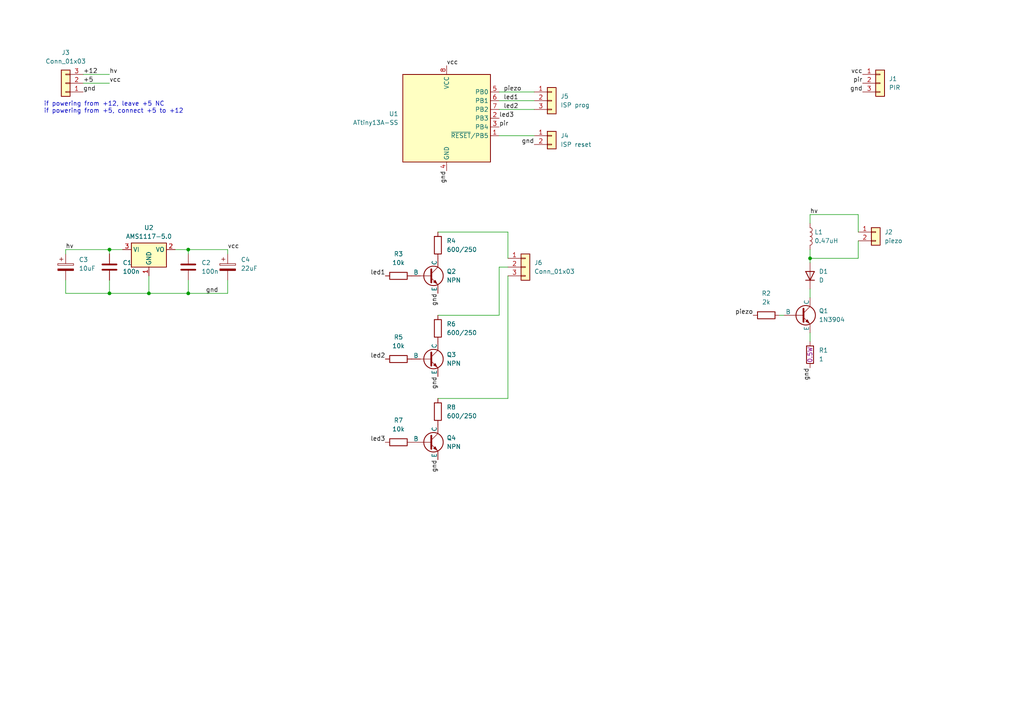
<source format=kicad_sch>
(kicad_sch (version 20230121) (generator eeschema)
  (paper "A4")
  (lib_symbols
    (symbol "Connector_Generic:Conn_01x02" (pin_names (offset 1.016) hide)
      (property "Reference" "J" (at 0 2.54 0))
      (property "Value" "Conn_01x02" (at 0 -5.08 0))
      (symbol "Conn_01x02_1_1"
        (rectangle (start -1.27 -2.413) (end 0 -2.667) (stroke (width 0.1524)))
        (rectangle (start -1.27 0.127) (end 0 -0.127) (stroke (width 0.1524)))
        (rectangle (start -1.27 1.27) (end 1.27 -3.81) (stroke (width 0.254)) (fill (type background)))
        (pin passive line (at -5.08 0 0) (length 3.81) (name "Pin_1") (number "1"))
        (pin passive line (at -5.08 -2.54 0) (length 3.81) (name "Pin_2") (number "2"))
      )
    )
    (symbol "Connector_Generic:Conn_01x03" (pin_names (offset 1.016) hide)
      (property "Reference" "J" (at 0 5.08 0))
      (property "Value" "Conn_01x03" (at 0 -5.08 0))
      (symbol "Conn_01x03_1_1"
        (rectangle (start -1.27 -2.413) (end 0 -2.667) (stroke (width 0.1524)))
        (rectangle (start -1.27 0.127) (end 0 -0.127) (stroke (width 0.1524)))
        (rectangle (start -1.27 2.667) (end 0 2.413) (stroke (width 0.1524)))
        (rectangle (start -1.27 3.81) (end 1.27 -3.81) (stroke (width 0.254)) (fill (type background)))
        (pin passive line (at -5.08 2.54 0) (length 3.81) (name "Pin_1") (number "1"))
        (pin passive line (at -5.08 0 0) (length 3.81) (name "Pin_2") (number "2"))
        (pin passive line (at -5.08 -2.54 0) (length 3.81) (name "Pin_3") (number "3"))
      )
    )
    (symbol "Device:C" (pin_numbers hide) (pin_names (offset 0.254))
      (property "Reference" "C" (at 0.635 2.54 0))
      (property "Value" "C" (at 0.635 -2.54 0))
      (symbol "C_0_1"
        (polyline (pts (xy -2.032 -0.762) (xy 2.032 -0.762)) (stroke (width 0.508)))
        (polyline (pts (xy -2.032 0.762) (xy 2.032 0.762)) (stroke (width 0.508)))
      )
      (symbol "C_1_1"
        (pin passive line (at 0 3.81 270) (length 2.794) (name "~") (number "1"))
        (pin passive line (at 0 -3.81 90) (length 2.794) (name "~") (number "2"))
      )
    )
    (symbol "Device:C_Polarized" (pin_numbers hide) (pin_names (offset 0.254))
      (property "Reference" "C" (at 0.635 2.54 0))
      (property "Value" "C_Polarized" (at 0.635 -2.54 0))
      (symbol "C_Polarized_0_1"
        (rectangle (start -2.286 0.508) (end 2.286 1.016))
        (polyline (pts (xy -1.778 2.286) (xy -0.762 2.286)))
        (polyline (pts (xy -1.27 2.794) (xy -1.27 1.778)))
        (rectangle (start 2.286 -0.508) (end -2.286 -1.016) (fill (type outline)))
      )
      (symbol "C_Polarized_1_1"
        (pin passive line (at 0 3.81 270) (length 2.794) (name "~") (number "1"))
        (pin passive line (at 0 -3.81 90) (length 2.794) (name "~") (number "2"))
      )
    )
    (symbol "Device:D" (pin_numbers hide) (pin_names (offset 1.016) hide)
      (property "Reference" "D" (at 0 2.54 0))
      (property "Value" "D" (at 0 -2.54 0))
      (symbol "D_0_1"
        (polyline (pts (xy -1.27 1.27) (xy -1.27 -1.27)) (stroke (width 0.254)))
        (polyline (pts (xy 1.27 0) (xy -1.27 0)))
        (polyline (pts (xy 1.27 1.27) (xy 1.27 -1.27) (xy -1.27 0) (xy 1.27 1.27)) (stroke (width 0.254)))
      )
      (symbol "D_1_1"
        (pin passive line (at -3.81 0 0) (length 2.54) (name "K") (number "1"))
        (pin passive line (at 3.81 0 180) (length 2.54) (name "A") (number "2"))
      )
    )
    (symbol "Device:L" (pin_numbers hide) (pin_names (offset 1.016) hide)
      (property "Reference" "L" (at -1.27 0 90))
      (property "Value" "L" (at 1.905 0 90))
      (symbol "L_0_1"
        (arc (start 0 -2.54) (mid 0.6323 -1.905) (end 0 -1.27))
        (arc (start 0 -1.27) (mid 0.6323 -0.635) (end 0 0))
        (arc (start 0 0) (mid 0.6323 0.635) (end 0 1.27))
        (arc (start 0 1.27) (mid 0.6323 1.905) (end 0 2.54))
      )
      (symbol "L_1_1"
        (pin passive line (at 0 3.81 270) (length 1.27) (name "1") (number "1"))
        (pin passive line (at 0 -3.81 90) (length 1.27) (name "2") (number "2"))
      )
    )
    (symbol "Device:R" (pin_numbers hide) (pin_names (offset 0))
      (property "Reference" "R" (at 2.032 0 90))
      (property "Value" "R" (at 0 0 90))
      (symbol "R_0_1"
        (rectangle (start -1.016 -2.54) (end 1.016 2.54) (stroke (width 0.254)))
      )
      (symbol "R_1_1"
        (pin passive line (at 0 3.81 270) (length 1.27) (name "~") (number "1"))
        (pin passive line (at 0 -3.81 90) (length 1.27) (name "~") (number "2"))
      )
    )
    (symbol "MCU_Microchip_ATtiny:ATtiny13A-SS"
      (property "Reference" "U" (at -12.7 13.97 0))
      (property "Value" "ATtiny13A-SS" (at 2.54 -13.97 0))
      (symbol "ATtiny13A-SS_0_1"
        (rectangle (start -12.7 -12.7) (end 12.7 12.7) (stroke (width 0.254)) (fill (type background)))
      )
      (symbol "ATtiny13A-SS_1_1"
        (pin bidirectional line (at 15.24 -5.08 180) (length 2.54) (name "~{RESET}/PB5") (number "1"))
        (pin bidirectional line (at 15.24 0 180) (length 2.54) (name "PB3") (number "2"))
        (pin bidirectional line (at 15.24 -2.54 180) (length 2.54) (name "PB4") (number "3"))
        (pin power_in line (at 0 -15.24 90) (length 2.54) (name "GND") (number "4"))
        (pin bidirectional line (at 15.24 7.62 180) (length 2.54) (name "PB0") (number "5"))
        (pin bidirectional line (at 15.24 5.08 180) (length 2.54) (name "PB1") (number "6"))
        (pin bidirectional line (at 15.24 2.54 180) (length 2.54) (name "PB2") (number "7"))
        (pin power_in line (at 0 15.24 270) (length 2.54) (name "VCC") (number "8"))
      )
    )
    (symbol "Regulator_Linear:AMS1117-5.0"
      (property "Reference" "U" (at -3.81 3.175 0))
      (property "Value" "AMS1117-5.0" (at 0 3.175 0))
      (symbol "AMS1117-5.0_0_1"
        (rectangle (start -5.08 -5.08) (end 5.08 1.905) (stroke (width 0.254)) (fill (type background)))
      )
      (symbol "AMS1117-5.0_1_1"
        (pin power_in line (at 0 -7.62 90) (length 2.54) (name "GND") (number "1"))
        (pin power_out line (at 7.62 0 180) (length 2.54) (name "VO") (number "2"))
        (pin power_in line (at -7.62 0 0) (length 2.54) (name "VI") (number "3"))
      )
    )
    (symbol "Simulation_SPICE:NPN" (pin_numbers hide) (pin_names (offset 0))
      (property "Reference" "Q" (at -2.54 7.62 0))
      (property "Value" "NPN" (at -2.54 5.08 0))
      (symbol "NPN_0_1"
        (polyline (pts (xy -2.54 0) (xy 0.635 0)) (stroke (width 0.1524)))
        (polyline (pts (xy 0.635 0.635) (xy 2.54 2.54)))
        (polyline (pts (xy 2.794 -1.27) (xy 2.794 -1.27)) (stroke (width 0.1524)))
        (polyline (pts (xy 2.794 -1.27) (xy 2.794 -1.27)) (stroke (width 0.1524)))
        (polyline (pts (xy 0.635 -0.635) (xy 2.54 -2.54) (xy 2.54 -2.54)))
        (polyline (pts (xy 0.635 1.905) (xy 0.635 -1.905) (xy 0.635 -1.905)) (stroke (width 0.508)))
        (polyline (pts (xy 1.27 -1.778) (xy 1.778 -1.27) (xy 2.286 -2.286) (xy 1.27 -1.778) (xy 1.27 -1.778)) (fill (type outline)))
        (circle (center 1.27 0) (radius 2.8194) (stroke (width 0.254)))
      )
      (symbol "NPN_1_1"
        (pin open_collector line (at 2.54 5.08 270) (length 2.54) (name "C") (number "1"))
        (pin input line (at -5.08 0 0) (length 2.54) (name "B") (number "2"))
        (pin open_emitter line (at 2.54 -5.08 90) (length 2.54) (name "E") (number "3"))
      )
    )
  )
  (junction (at 234.95 74.93))
  (junction (at 54.61 85.09))
  (junction (at 31.75 85.09))
  (junction (at 43.18 85.09))
  (junction (at 31.75 72.39))
  (junction (at 54.61 72.39))
  (wire (pts (xy 234.95 62.23) (xy 248.92 62.23)))
  (wire (pts (xy 66.04 81.28) (xy 66.04 85.09)))
  (wire (pts (xy 226.06 91.44) (xy 227.33 91.44)))
  (wire (pts (xy 31.75 72.39) (xy 31.75 73.66)))
  (wire (pts (xy 248.92 62.23) (xy 248.92 67.31)))
  (wire (pts (xy 234.95 83.82) (xy 234.95 86.36)))
  (wire (pts (xy 43.18 85.09) (xy 54.61 85.09)))
  (wire (pts (xy 144.78 39.37) (xy 154.94 39.37)))
  (wire (pts (xy 50.8 72.39) (xy 54.61 72.39)))
  (wire (pts (xy 144.78 31.75) (xy 154.94 31.75)))
  (wire (pts (xy 43.18 85.09) (xy 43.18 80.01)))
  (wire (pts (xy 144.78 91.44) (xy 144.78 77.47)))
  (wire (pts (xy 234.95 74.93) (xy 234.95 76.2)))
  (wire (pts (xy 19.05 81.28) (xy 19.05 85.09)))
  (wire (pts (xy 54.61 81.28) (xy 54.61 85.09)))
  (wire (pts (xy 127 91.44) (xy 144.78 91.44)))
  (wire (pts (xy 144.78 77.47) (xy 147.32 77.47)))
  (wire (pts (xy 54.61 85.09) (xy 66.04 85.09)))
  (wire (pts (xy 147.32 115.57) (xy 127 115.57)))
  (wire (pts (xy 24.13 24.13) (xy 31.75 24.13)))
  (wire (pts (xy 234.95 96.52) (xy 234.95 99.06)))
  (wire (pts (xy 31.75 81.28) (xy 31.75 85.09)))
  (wire (pts (xy 19.05 73.66) (xy 19.05 72.39)))
  (wire (pts (xy 66.04 73.66) (xy 66.04 72.39)))
  (wire (pts (xy 24.13 21.59) (xy 31.75 21.59)))
  (wire (pts (xy 19.05 85.09) (xy 31.75 85.09)))
  (wire (pts (xy 66.04 72.39) (xy 54.61 72.39)))
  (wire (pts (xy 147.32 80.01) (xy 147.32 115.57)))
  (wire (pts (xy 234.95 72.39) (xy 234.95 74.93)))
  (wire (pts (xy 248.92 74.93) (xy 234.95 74.93)))
  (wire (pts (xy 19.05 72.39) (xy 31.75 72.39)))
  (wire (pts (xy 35.56 72.39) (xy 31.75 72.39)))
  (wire (pts (xy 31.75 85.09) (xy 43.18 85.09)))
  (wire (pts (xy 54.61 72.39) (xy 54.61 73.66)))
  (wire (pts (xy 144.78 26.67) (xy 154.94 26.67)))
  (wire (pts (xy 248.92 69.85) (xy 248.92 74.93)))
  (wire (pts (xy 234.95 64.77) (xy 234.95 62.23)))
  (wire (pts (xy 144.78 29.21) (xy 154.94 29.21)))
  (wire (pts (xy 127 67.31) (xy 147.32 67.31)))
  (wire (pts (xy 147.32 67.31) (xy 147.32 74.93)))
  (text "if powering from +12, leave +5 NC\nif powering from +5, connect +5 to +12" (at 12.7 33.02 0) (effects (font (size 1.27 1.27)) (justify left bottom)))
  (label "gnd" (at 127 133.35 270))
  (label "vcc" (at 250.19 21.59 180))
  (label "led2" (at 146.05 31.75 0))
  (label "pir" (at 144.78 36.83 0))
  (label "gnd" (at 234.95 106.68 270))
  (label "hv" (at 19.05 72.39 0))
  (label "gnd" (at 127 85.09 270))
  (label "vcc" (at 66.04 72.39 0))
  (label "hv" (at 31.75 21.59 0))
  (label "gnd" (at 59.69 85.09 0))
  (label "led3" (at 144.78 34.29 0))
  (label "+5" (at 24.13 24.13 0))
  (label "pir" (at 250.19 24.13 180))
  (label "led1" (at 111.76 80.01 180))
  (label "gnd" (at 127 109.22 270))
  (label "led1" (at 146.05 29.21 0))
  (label "gnd" (at 154.94 41.91 180))
  (label "gnd" (at 24.13 26.67 0))
  (label "led2" (at 111.76 104.14 180))
  (label "gnd" (at 129.54 49.53 270))
  (label "vcc" (at 129.54 19.05 0))
  (label "vcc" (at 31.75 24.13 0))
  (label "piezo" (at 146.05 26.67 0))
  (label "piezo" (at 218.44 91.44 180))
  (label "+12" (at 24.13 21.59 0))
  (label "hv" (at 234.95 62.23 0))
  (label "gnd" (at 250.19 26.67 180))
  (label "led3" (at 111.76 128.27 180))
  (symbol (lib_id "Device:R") (at 127 71.12 0) (unit 1)
    (property "Reference" "R4" (at 129.54 69.85 0) (effects (justify left)))
    (property "Value" "600/250" (at 129.54 72.39 0) (effects (justify left)))
  )
  (symbol (lib_id "Device:R") (at 127 95.25 0) (unit 1)
    (property "Reference" "R6" (at 129.54 93.98 0) (effects (justify left)))
    (property "Value" "600/250" (at 129.54 96.52 0) (effects (justify left)))
  )
  (symbol (lib_id "Device:R") (at 127 119.38 0) (unit 1)
    (property "Reference" "R8" (at 129.54 118.11 0) (effects (justify left)))
    (property "Value" "600/250" (at 129.54 120.65 0) (effects (justify left)))
  )
  (symbol (lib_id "MCU_Microchip_ATtiny:ATtiny13A-SS") (at 129.54 34.29 0) (unit 1)
    (property "Reference" "U1" (at 115.57 33.02 0) (effects (justify right)))
    (property "Value" "ATtiny13A-SS" (at 115.57 35.56 0) (effects (justify right)))
    (property "Footprint" "Package_SO:SOIC-8_3.9x4.9mm_P1.27mm" (effects hide))
    (property "Datasheet" "http://ww1.microchip.com/downloads/en/DeviceDoc/doc8126.pdf" (effects hide))
  )
  (symbol (lib_id "Regulator_Linear:AMS1117-5.0") (at 43.18 72.39 0) (unit 1)
    (property "Reference" "U2" (at 43.18 66.04 0))
    (property "Value" "AMS1117-5.0" (at 43.18 68.58 0))
    (property "Footprint" "Package_TO_SOT_SMD:SOT-223-3_TabPin2" (effects hide))
    (property "Datasheet" "http://www.advanced-monolithic.com/pdf/ds1117.pdf" (effects hide))
  )
  (symbol (lib_id "Connector_Generic:Conn_01x03") (at 255.27 24.13 0) (unit 1)
    (property "Reference" "J1" (at 257.81 22.86 0) (effects (justify left)))
    (property "Value" "PIR" (at 257.81 25.4 0) (effects (justify left)))
  )
  (symbol (lib_id "Device:R") (at 115.57 80.01 90) (unit 1)
    (property "Reference" "R3" (at 115.57 73.66 90))
    (property "Value" "10k" (at 115.57 76.2 90))
  )
  (symbol (lib_id "Connector_Generic:Conn_01x02") (at 254 67.31 0) (unit 1)
    (property "Reference" "J2" (at 256.54 67.31 0) (effects (justify left)))
    (property "Value" "piezo" (at 256.54 69.85 0) (effects (justify left)))
  )
  (symbol (lib_id "Device:D") (at 234.95 80.01 90) (unit 1)
    (property "Reference" "D1" (at 237.49 78.74 90) (effects (justify right)))
    (property "Value" "D" (at 237.49 81.28 90) (effects (justify right)))
    (property "Sim.Device" "D" (effects hide))
    (property "Sim.Pins" "1=K 2=A" (effects hide))
  )
  (symbol (lib_id "Device:R") (at 115.57 128.27 90) (unit 1)
    (property "Reference" "R7" (at 115.57 121.92 90))
    (property "Value" "10k" (at 115.57 124.46 90))
  )
  (symbol (lib_id "Connector_Generic:Conn_01x03") (at 160.02 29.21 0) (unit 1)
    (property "Reference" "J5" (at 162.56 27.94 0) (effects (justify left)))
    (property "Value" "ISP prog" (at 162.56 30.48 0) (effects (justify left)))
  )
  (symbol (lib_id "Device:R") (at 234.95 102.87 0) (unit 1)
    (property "Reference" "R1" (at 237.49 101.6 0) (effects (justify left)))
    (property "Value" "1" (at 237.49 104.14 0) (effects (justify left)))
    (property "Power" "0.5W" (at 234.95 102.87 90))
  )
  (symbol (lib_id "Device:C_Polarized") (at 19.05 77.47 0) (unit 1)
    (property "Reference" "C3" (at 22.86 75.311 0) (effects (justify left)))
    (property "Value" "10uF" (at 22.86 77.851 0) (effects (justify left)))
  )
  (symbol (lib_id "Simulation_SPICE:NPN") (at 124.46 80.01 0) (unit 1)
    (property "Reference" "Q2" (at 129.54 78.74 0) (effects (justify left)))
    (property "Value" "NPN" (at 129.54 81.28 0) (effects (justify left)))
    (property "Sim.Device" "NPN" (effects hide))
    (property "Sim.Type" "GUMMELPOON" (effects hide))
    (property "Sim.Pins" "1=C 2=B 3=E" (effects hide))
  )
  (symbol (lib_id "Device:R") (at 115.57 104.14 90) (unit 1)
    (property "Reference" "R5" (at 115.57 97.79 90))
    (property "Value" "10k" (at 115.57 100.33 90))
  )
  (symbol (lib_id "Connector_Generic:Conn_01x02") (at 160.02 39.37 0) (unit 1)
    (property "Reference" "J4" (at 162.56 39.37 0) (effects (justify left)))
    (property "Value" "ISP reset" (at 162.56 41.91 0) (effects (justify left)))
  )
  (symbol (lib_id "Device:C") (at 54.61 77.47 0) (unit 1)
    (property "Reference" "C2" (at 58.42 76.2 0) (effects (justify left)))
    (property "Value" "100n" (at 58.42 78.74 0) (effects (justify left)))
  )
  (symbol (lib_id "Device:R") (at 222.25 91.44 90) (unit 1)
    (property "Reference" "R2" (at 222.25 85.09 90))
    (property "Value" "2k" (at 222.25 87.63 90))
  )
  (symbol (lib_id "Device:L") (at 234.95 68.58 0) (unit 1)
    (property "Reference" "L1" (at 236.22 67.31 0) (effects (justify left)))
    (property "Value" "0.47uH" (at 236.22 69.85 0) (effects (justify left)))
  )
  (symbol (lib_id "Device:C_Polarized") (at 66.04 77.47 0) (unit 1)
    (property "Reference" "C4" (at 69.85 75.311 0) (effects (justify left)))
    (property "Value" "22uF" (at 69.85 77.851 0) (effects (justify left)))
  )
  (symbol (lib_id "Simulation_SPICE:NPN") (at 232.41 91.44 0) (unit 1)
    (property "Reference" "Q1" (at 237.49 90.17 0) (effects (justify left)))
    (property "Value" "1N3904" (at 237.49 92.71 0) (effects (justify left)))
    (property "Sim.Device" "NPN" (effects hide))
    (property "Sim.Type" "GUMMELPOON" (effects hide))
    (property "Sim.Pins" "1=C 2=B 3=E" (effects hide))
  )
  (symbol (lib_id "Connector_Generic:Conn_01x03") (at 19.05 24.13 180) (unit 1)
    (property "Reference" "J3" (at 19.05 15.24 0))
    (property "Value" "Conn_01x03" (at 19.05 17.78 0))
  )
  (symbol (lib_id "Simulation_SPICE:NPN") (at 124.46 104.14 0) (unit 1)
    (property "Reference" "Q3" (at 129.54 102.87 0) (effects (justify left)))
    (property "Value" "NPN" (at 129.54 105.41 0) (effects (justify left)))
    (property "Sim.Device" "NPN" (effects hide))
    (property "Sim.Type" "GUMMELPOON" (effects hide))
    (property "Sim.Pins" "1=C 2=B 3=E" (effects hide))
  )
  (symbol (lib_id "Connector_Generic:Conn_01x03") (at 152.4 77.47 0) (unit 1)
    (property "Reference" "J6" (at 154.94 76.2 0) (effects (justify left)))
    (property "Value" "Conn_01x03" (at 154.94 78.74 0) (effects (justify left)))
  )
  (symbol (lib_id "Device:C") (at 31.75 77.47 0) (unit 1)
    (property "Reference" "C1" (at 35.56 76.2 0) (effects (justify left)))
    (property "Value" "100n" (at 35.56 78.74 0) (effects (justify left)))
  )
  (symbol (lib_id "Simulation_SPICE:NPN") (at 124.46 128.27 0) (unit 1)
    (property "Reference" "Q4" (at 129.54 127 0) (effects (justify left)))
    (property "Value" "NPN" (at 129.54 129.54 0) (effects (justify left)))
    (property "Sim.Device" "NPN" (effects hide))
    (property "Sim.Type" "GUMMELPOON" (effects hide))
    (property "Sim.Pins" "1=C 2=B 3=E" (effects hide))
  )
)
</source>
